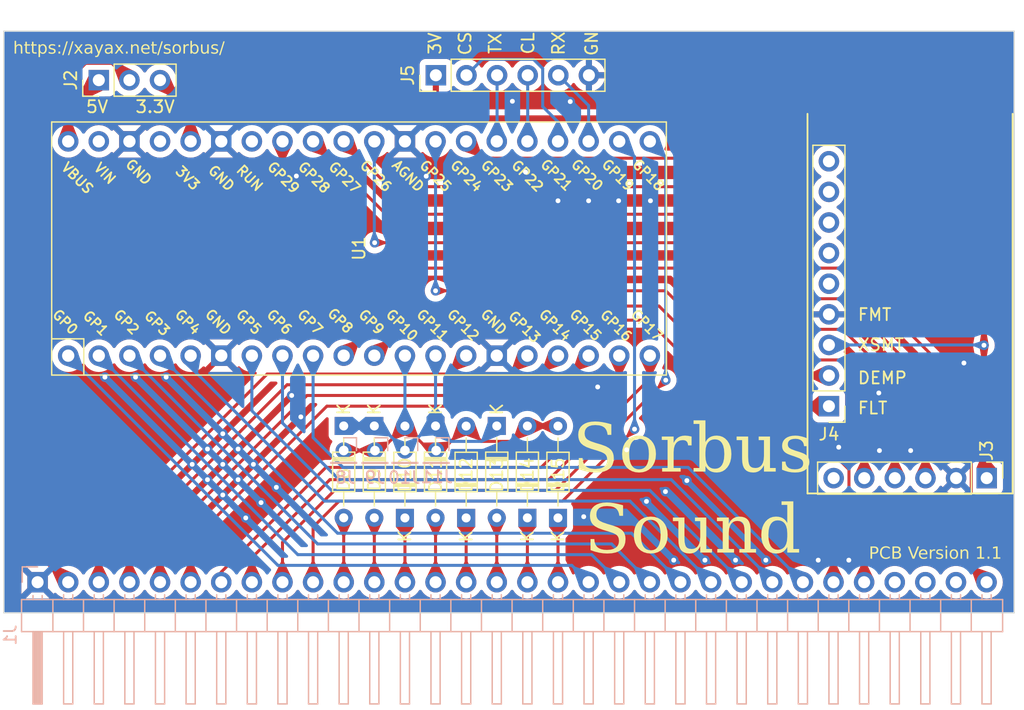
<source format=kicad_pcb>
(kicad_pcb (version 20240108) (generator "pcbnew") (generator_version "8.0")
  (layers (0 "F.Cu" signal) (31 "B.Cu" signal) (34 "B.Paste" user) (35 "F.Paste" user) (36 "B.SilkS" user "B.Silkscreen") (37 "F.SilkS" user "F.Silkscreen") (38 "B.Mask" user) (39 "F.Mask" user) (44 "Edge.Cuts" user))
  (net 0 "")
  (net 1 "VCC")
  (net 2 "D0")
  (net 3 "D1")
  (net 4 "D2")
  (net 5 "D3")
  (net 6 "D4")
  (net 7 "D5")
  (net 8 "D6")
  (net 9 "D7")
  (net 10 "R{slash}~{W}")
  (net 11 "CLK")
  (net 12 "/~{IRQ}")
  (net 13 "/RDY")
  (net 14 "~{RESET}")
  (net 15 "/~{NMI}")
  (net 16 "3V3")
  (net 18 "/SCK")
  (net 20 "5V")
  (net 21 "A0")
  (net 22 "A8")
  (net 23 "CS1")
  (net 24 "A9")
  (net 25 "A1")
  (net 26 "A2")
  (net 27 "A3")
  (net 28 "A4")
  (net 29 "A5")
  (net 30 "A6")
  (net 31 "A7")
  (net 32 "A12")
  (net 33 "A10")
  (net 34 "A11")
  (net 35 "A13")
  (net 36 "A14")
  (net 37 "A15")
  (net 38 "~{CS2}")
  (net 39 "GND")
  (net 40 "FLT")
  (net 41 "LRCK")
  (net 42 "BCK")
  (net 43 "DIN")
  (net 45 "DEMP")
  (net 51 "SPI0-CLK")
  (net 52 "SPI0-CSn")
  (net 53 "SPI0-RX")
  (net 54 "SPI0-TX")
  (footprint "Diode_THT:D_DO-34_SOD68_P7.62mm_Horizontal" (layer "F.Cu") (at 66.548 63.236 -90)
    (property "Reference" "D11" (at 4.069 0 90) (layer "F.SilkS"))
    (property "Value" "D")
    (fp_text user "K" (at -1.392 0 90) (layer "F.SilkS"))
    (pad "1" thru_hole rect (at 0 0 270) (size 1.5 1.5) (drill 0.75) (layers "*.Cu" "*.Mask") (net 38 "~{CS2}"))
    (pad "2" thru_hole oval (at 7.62 0 270) (size 1.5 1.5) (drill 0.75) (layers "*.Cu" "*.Mask") (net 34 "A11"))
  )
  (footprint "Diode_THT:D_DO-34_SOD68_P7.62mm_Horizontal" (layer "F.Cu") (at 58.928 63.236 -90)
    (property "Reference" "D8" (at 4.45 0 90) (layer "F.SilkS"))
    (property "Value" "D")
    (fp_text user "K" (at -1.392 0 90) (layer "F.SilkS"))
    (pad "1" thru_hole rect (at 0 0 270) (size 1.5 1.5) (drill 0.75) (layers "*.Cu" "*.Mask") (net 38 "~{CS2}"))
    (pad "2" thru_hole oval (at 7.62 0 270) (size 1.5 1.5) (drill 0.75) (layers "*.Cu" "*.Mask") (net 22 "A8"))
  )
  (footprint "Diode_THT:D_DO-34_SOD68_P7.62mm_Horizontal" (layer "F.Cu") (at 71.628 63.236 -90)
    (property "Reference" "D13" (at 4.069 0 90) (layer "F.SilkS"))
    (property "Value" "D")
    (fp_text user "K" (at -1.392 0 90) (layer "F.SilkS"))
    (pad "1" thru_hole rect (at 0 0 270) (size 1.5 1.5) (drill 0.75) (layers "*.Cu" "*.Mask") (net 38 "~{CS2}"))
    (pad "2" thru_hole oval (at 7.62 0 270) (size 1.5 1.5) (drill 0.75) (layers "*.Cu" "*.Mask") (net 35 "A13"))
  )
  (footprint "Diode_THT:D_DO-34_SOD68_P7.62mm_Horizontal" (layer "F.Cu") (at 74.168 70.861 90)
    (property "Reference" "D14" (at 3.556 0 90) (layer "F.SilkS"))
    (property "Value" "D")
    (fp_text user "K" (at -1.524 0 90) (layer "F.SilkS"))
    (pad "1" thru_hole rect (at 0 0 90) (size 1.5 1.5) (drill 0.75) (layers "*.Cu" "*.Mask") (net 36 "A14"))
    (pad "2" thru_hole oval (at 7.62 0 90) (size 1.5 1.5) (drill 0.75) (layers "*.Cu" "*.Mask") (net 23 "CS1"))
  )
  (footprint "Diode_THT:D_DO-34_SOD68_P7.62mm_Horizontal" (layer "F.Cu") (at 61.468 63.236 -90)
    (property "Reference" "D9" (at 4.45 0 90) (layer "F.SilkS"))
    (property "Value" "D")
    (fp_text user "K" (at -1.392 0 90) (layer "F.SilkS"))
    (pad "1" thru_hole rect (at 0 0 270) (size 1.5 1.5) (drill 0.75) (layers "*.Cu" "*.Mask") (net 38 "~{CS2}"))
    (pad "2" thru_hole oval (at 7.62 0 270) (size 1.5 1.5) (drill 0.75) (layers "*.Cu" "*.Mask") (net 24 "A9"))
  )
  (footprint "Diode_THT:D_DO-34_SOD68_P7.62mm_Horizontal" (layer "F.Cu") (at 76.708 70.866 90)
    (property "Reference" "D15" (at 3.561 0 90) (layer "F.SilkS"))
    (property "Value" "D")
    (fp_text user "K" (at -1.524 0 90) (layer "F.SilkS"))
    (pad "1" thru_hole rect (at 0 0 90) (size 1.5 1.5) (drill 0.75) (layers "*.Cu" "*.Mask") (net 37 "A15"))
    (pad "2" thru_hole oval (at 7.62 0 90) (size 1.5 1.5) (drill 0.75) (layers "*.Cu" "*.Mask") (net 23 "CS1"))
  )
  (footprint "Diode_THT:D_DO-34_SOD68_P7.62mm_Horizontal" (layer "F.Cu") (at 64.008 70.866 90)
    (property "Reference" "D10" (at 3.561 0 90) (layer "F.SilkS"))
    (property "Value" "D")
    (fp_text user "K" (at -1.524 0 90) (layer "F.SilkS"))
    (pad "1" thru_hole rect (at 0 0 90) (size 1.5 1.5) (drill 0.75) (layers "*.Cu" "*.Mask") (net 33 "A10"))
    (pad "2" thru_hole oval (at 7.62 0 90) (size 1.5 1.5) (drill 0.75) (layers "*.Cu" "*.Mask") (net 23 "CS1"))
  )
  (footprint "Diode_THT:D_DO-34_SOD68_P7.62mm_Horizontal" (layer "F.Cu") (at 69.088 70.866 90)
    (property "Reference" "D12" (at 3.561 0 90) (layer "F.SilkS"))
    (property "Value" "D")
    (fp_text user "K" (at -1.524 0 90) (layer "F.SilkS"))
    (pad "1" thru_hole rect (at 0 0 90) (size 1.5 1.5) (drill 0.75) (layers "*.Cu" "*.Mask") (net 32 "A12"))
    (pad "2" thru_hole oval (at 7.62 0 90) (size 1.5 1.5) (drill 0.75) (layers "*.Cu" "*.Mask") (net 23 "CS1"))
  )
  (footprint "MCU_RaspberryPi_and_Boards:RPi_RP2040Purple_SMD_TH_no_debug" (layer "F.Cu") (at 60.198 48.514 90)
    (property "Reference" "U1" (at 0 0 90) (layer "F.SilkS"))
    (property "Value" "PurpleRP2040_no_debug" (hide yes))
    (fp_text user "RUN" (at 5.842 -9.074 135) (layer "F.SilkS") (effects (font (size 0.8 0.8))))
    (fp_text user "GP18" (at 6.096 24.003 135) (layer "F.SilkS") (effects (font (size 0.8 0.8))))
    (fp_text user "GP2" (at -6.096 -19.304 135) (layer "F.SilkS") (effects (font (size 0.8 0.8))))
    (fp_text user "GP20" (at 6.096 18.923 135) (layer "F.SilkS") (effects (font (size 0.8 0.8))))
    (fp_text user "GP26" (at 6.023 1.397 135) (layer "F.SilkS") (effects (font (size 0.8 0.8))))
    (fp_text user "GP21" (at 6.096 16.383 135) (layer "F.SilkS") (effects (font (size 0.8 0.8))))
    (fp_text user "VIN" (at 6.223 -21.082 135) (layer "F.SilkS") (effects (font (size 0.8 0.8))))
    (fp_text user "GP8" (at -5.996 -1.554 135) (layer "F.SilkS") (effects (font (size 0.8 0.8))))
    (fp_text user "GP12" (at -6.35 8.636 135) (layer "F.SilkS") (effects (font (size 0.8 0.8))))
    (fp_text user "GP4" (at -6.096 -14.224 135) (layer "F.SilkS") (effects (font (size 0.8 0.8))))
    (fp_text user "GP3" (at -6.196 -16.764 135) (layer "F.SilkS") (effects (font (size 0.8 0.8))))
    (fp_text user "GP22" (at 6.023 13.97 135) (layer "F.SilkS") (effects (font (size 0.8 0.8))))
    (fp_text user "AGND" (at 6.023 4.064 135) (layer "F.SilkS") (effects (font (size 0.8 0.8))))
    (fp_text user "GP5" (at -6.096 -9.144 135) (layer "F.SilkS") (effects (font (size 0.8 0.8))))
    (fp_text user "GP29" (at 5.896 -6.28 135) (layer "F.SilkS") (effects (font (size 0.8 0.8))))
    (fp_text user "GP23" (at 6.023 11.43 135) (layer "F.SilkS") (effects (font (size 0.8 0.8))))
    (fp_text user "GP15" (at -6.35 18.796 135) (layer "F.SilkS") (effects (font (size 0.8 0.8))))
    (fp_text user "GND" (at -6.096 -11.684 135) (layer "F.SilkS") (effects (font (size 0.8 0.8))))
    (fp_text user "GND" (at -6.096 11.176 135) (layer "F.SilkS") (effects (font (size 0.8 0.8))))
    (fp_text user "GP1" (at -6.196 -21.854 135) (layer "F.SilkS") (effects (font (size 0.8 0.8))))
    (fp_text user "3V3" (at 5.842 -14.224 135) (layer "F.SilkS") (effects (font (size 0.8 0.8))))
    (fp_text user "GP17" (at -6.35 23.876 135) (layer "F.SilkS") (effects (font (size 0.8 0.8))))
    (fp_text user "GP0" (at -6.096 -24.384 135) (layer "F.SilkS") (effects (font (size 0.8 0.8))))
    (fp_text user "GP16" (at -6.396 21.336 135) (layer "F.SilkS") (effects (font (size 0.8 0.8))))
    (fp_text user "GP28" (at 5.896 -3.73 135) (layer "F.SilkS") (effects (font (size 0.8 0.8))))
    (fp_text user "GP6" (at -6.096 -6.604 135) (layer "F.SilkS") (effects (font (size 0.8 0.8))))
    (fp_text user "GP19" (at 6.096 21.463 135) (layer "F.SilkS") (effects (font (size 0.8 0.8))))
    (fp_text user "VBUS" (at 5.842 -23.368 135) (layer "F.SilkS") (effects (font (size 0.8 0.8))))
    (fp_text user "GND" (at 5.842 -11.43 135) (layer "F.SilkS") (effects (font (size 0.8 0.8))))
    (fp_text user "GND" (at 6.35 -18.288 135) (layer "F.SilkS") (effects (font (size 0.8 0.8))))
    (fp_text user "GP11" (at -6.35 6.096 135) (layer "F.SilkS") (effects (font (size 0.8 0.8))))
    (fp_text user "GP13" (at -6.496 13.716 135) (layer "F.SilkS") (effects (font (size 0.8 0.8))))
    (fp_text user "GP25" (at 6.023 6.35 135) (layer "F.SilkS") (effects (font (size 0.8 0.8))))
    (fp_text user "GP27" (at 5.896 -1.2 135) (layer "F.SilkS") (effects (font (size 0.8 0.8))))
    (fp_text user "GP14" (at -6.35 16.256 135) (layer "F.SilkS") (effects (font (size 0.8 0.8))))
    (fp_text user "GP24" (at 6.023 8.9 135) (layer "F.SilkS") (effects (font (size 0.8 0.8))))
    (fp_text user "GP9" (at -6.096 1.016 135) (layer "F.SilkS") (effects (font (size 0.8 0.8))))
    (fp_text user "GP10" (at -6.35 3.556 135) (layer "F.SilkS") (effects (font (size 0.8 0.8))))
    (fp_text user "GP7" (at -6.096 -4.064 135) (layer "F.SilkS") (effects (font (size 0.8 0.8))))
    (pad "1" thru_hole oval (at -8.89 -24.13 90) (size 1.7 1.7) (drill 1.02) (layers "*.Cu" "*.Mask") (net 2 "D0"))
    (pad "2" thru_hole oval (at -8.89 -21.59 90) (size 1.7 1.7) (drill 1.02) (layers "*.Cu" "*.Mask") (net 3 "D1"))
    (pad "3" thru_hole oval (at -8.89 -19.05 90) (size 1.7 1.7) (drill 1.02) (layers "*.Cu" "*.Mask") (net 4 "D2"))
    (pad "4" thru_hole oval (at -8.89 -16.51 90) (size 1.7 1.7) (drill 1.02) (layers "*.Cu" "*.Mask") (net 5 "D3"))
    (pad "5" thru_hole oval (at -8.89 -13.97 90) (size 1.7 1.7) (drill 1.02) (layers "*.Cu" "*.Mask") (net 6 "D4"))
    (pad "6" thru_hole rect (at -8.89 -11.43 90) (size 1.7 1.7) (drill 1.02) (layers "*.Cu" "*.Mask") (net 39 "GND"))
    (pad "7" thru_hole oval (at -8.89 -8.89 90) (size 1.7 1.7) (drill 1.02) (layers "*.Cu" "*.Mask") (net 7 "D5"))
    (pad "8" thru_hole oval (at -8.89 -6.35 90) (size 1.7 1.7) (drill 1.02) (layers "*.Cu" "*.Mask") (net 8 "D6"))
    (pad "9" thru_hole oval (at -8.89 -3.81 90) (size 1.7 1.7) (drill 1.02) (layers "*.Cu" "*.Mask") (net 9 "D7"))
    (pad "10" thru_hole oval (at -8.89 -1.27 90) (size 1.7 1.7) (drill 1.02) (layers "*.Cu" "*.Mask") (net 11 "CLK"))
    (pad "11" thru_hole oval (at -8.89 1.27 90) (size 1.7 1.7) (drill 1.02) (layers "*.Cu" "*.Mask") (net 10 "R{slash}~{W}"))
    (pad "12" thru_hole oval (at -8.89 3.81 90) (size 1.7 1.7) (drill 1.02) (layers "*.Cu" "*.Mask") (net 23 "CS1"))
    (pad "13" thru_hole oval (at -8.89 6.35 90) (size 1.7 1.7) (drill 1.02) (layers "*.Cu" "*.Mask") (net 38 "~{CS2}"))
    (pad "14" thru_hole oval (at -8.89 8.89 90) (size 1.7 1.7) (drill 1.02) (layers "*.Cu" "*.Mask") (net 21 "A0"))
    (pad "15" thru_hole rect (at -8.89 11.43 90) (size 1.7 1.7) (drill 1.02) (layers "*.Cu" "*.Mask") (net 39 "GND"))
    (pad "16" thru_hole oval (at -8.89 13.97 90) (size 1.7 1.7) (drill 1.02) (layers "*.Cu" "*.Mask") (net 25 "A1"))
    (pad "17" thru_hole oval (at -8.89 16.51 90) (size 1.7 1.7) (drill 1.02) (layers "*.Cu" "*.Mask") (net 26 "A2"))
    (pad "18" thru_hole oval (at -8.89 19.05 90) (size 1.7 1.7) (drill 1.02) (layers "*.Cu" "*.Mask") (net 27 "A3"))
    (pad "19" thru_hole oval (at -8.89 21.59 90) (size 1.7 1.7) (drill 1.02) (layers "*.Cu" "*.Mask") (net 28 "A4"))
    (pad "20" thru_hole oval (at -8.89 24.13 90) (size 1.7 1.7) (drill 1.02) (layers "*.Cu" "*.Mask") (net 29 "A5"))
    (pad "21" thru_hole oval (at 8.89 24.13 90) (size 1.7 1.7) (drill 1.02) (layers "*.Cu" "*.Mask") (net 30 "A6"))
    (pad "22" thru_hole oval (at 8.89 21.59 90) (size 1.7 1.7) (drill 1.02) (layers "*.Cu" "*.Mask") (net 31 "A7"))
    (pad "23" thru_hole oval (at 8.89 19.05 90) (size 1.7 1.7) (drill 1.02) (layers "*.Cu" "*.Mask") (net 53 "SPI0-RX"))
    (pad "24" thru_hole oval (at 8.89 16.51 90) (size 1.7 1.7) (drill 1.02) (layers "*.Cu" "*.Mask") (net 52 "SPI0-CSn"))
    (pad "25" thru_hole oval (at 8.89 13.97 90) (size 1.7 1.7) (drill 1.02) (layers "*.Cu" "*.Mask") (net 51 "SPI0-CLK"))
    (pad "26" thru_hole oval (at 8.89 11.43 90) (size 1.7 1.7) (drill 1.02) (layers "*.Cu" "*.Mask") (net 54 "SPI0-TX"))
    (pad "27" thru_hole oval (at 8.89 8.89 90) (size 1.7 1.7) (drill 1.02) (layers "*.Cu" "*.Mask") (net 14 "~{RESET}"))
    (pad "28" thru_hole oval (at 8.89 6.35 90) (size 1.7 1.7) (drill 1.02) (layers "*.Cu" "*.Mask") (net 40 "FLT"))
    (pad "29" thru_hole rect (at 8.89 3.81 90) (size 1.7 1.7) (drill 1.02) (layers "*.Cu" "*.Mask") (net 39 "GND"))
    (pad "30" thru_hole oval (at 8.89 1.27 90) (size 1.7 1.7) (drill 1.02) (layers "*.Cu" "*.Mask") (net 42 "BCK"))
    (pad "31" thru_hole oval (at 8.89 -1.27 90) (size 1.7 1.7) (drill 1.02) (layers "*.Cu" "*.Mask") (net 41 "LRCK"))
    (pad "32" thru_hole oval (at 8.89 -3.81 90) (size 1.7 1.7) (drill 1.02) (layers "*.Cu" "*.Mask") (net 43 "DIN"))
    (pad "33" thru_hole oval (at 8.89 -6.35 90) (size 1.7 1.7) (drill 1.02) (layers "*.Cu" "*.Mask") (net 45 "DEMP"))
    (pad "34" thru_hole oval (at 8.89 -8.89 90) (size 1.7 1.7) (drill 1.02) (layers "*.Cu" "*.Mask"))
    (pad "35" thru_hole rect (at 8.89 -11.43 90) (size 1.7 1.7) (drill 1.02) (layers "*.Cu" "*.Mask") (net 39 "GND"))
    (pad "36" thru_hole oval (at 8.89 -13.97 90) (size 1.7 1.7) (drill 1.02) (layers "*.Cu" "*.Mask") (net 16 "3V3"))
    (pad "37" thru_hole oval (at 8.89 -16.51 90) (size 1.7 1.7) (drill 1.02) (layers "*.Cu" "*.Mask"))
    (pad "38" thru_hole rect (at 8.89 -19.05 90) (size 1.7 1.7) (drill 1.02) (layers "*.Cu" "*.Mask") (net 39 "GND"))
    (pad "39" thru_hole oval (at 8.89 -21.59 90) (size 1.7 1.7) (drill 1.02) (layers "*.Cu" "*.Mask"))
    (pad "40" thru_hole oval (at 8.89 -24.13 90) (size 1.7 1.7) (drill 1.02) (layers "*.Cu" "*.Mask") (net 20 "5V"))
  )
  (footprint "Connector_PinHeader_2.54mm:PinHeader_1x03_P2.54mm_Vertical" (layer "F.Cu") (at 38.608 34.544 90)
    (property "Reference" "J2" (at 0 -2.33 90) (layer "F.SilkS"))
    (property "Value" "Conn_01x03")
    (pad "1" thru_hole rect (at 0 0 90) (size 1.7 1.7) (drill 1) (layers "*.Cu" "*.Mask") (net 20 "5V"))
    (pad "2" thru_hole oval (at 0 2.54 90) (size 1.7 1.7) (drill 1) (layers "*.Cu" "*.Mask") (net 1 "VCC"))
    (pad "3" thru_hole oval (at 0 5.08 90) (size 1.7 1.7) (drill 1) (layers "*.Cu" "*.Mask") (net 16 "3V3"))
  )
  (footprint "Connector_PinHeader_2.54mm:PinHeader_1x06_P2.54mm_Vertical" (layer "F.Cu") (at 66.5734 34.1376 90)
    (property "Reference" "J5" (at 0 -2.33 90) (layer "F.SilkS"))
    (property "Value" "Conn_01x06_Pin")
    (pad "1" thru_hole rect (at 0 0 90) (size 1.7 1.7) (drill 1) (layers "*.Cu" "*.Mask") (net 16 "3V3"))
    (pad "2" thru_hole oval (at 0 2.54 90) (size 1.7 1.7) (drill 1) (layers "*.Cu" "*.Mask") (net 52 "SPI0-CSn"))
    (pad "3" thru_hole oval (at 0 5.08 90) (size 1.7 1.7) (drill 1) (layers "*.Cu" "*.Mask") (net 54 "SPI0-TX"))
    (pad "4" thru_hole oval (at 0 7.62 90) (size 1.7 1.7) (drill 1) (layers "*.Cu" "*.Mask") (net 51 "SPI0-CLK"))
    (pad "5" thru_hole oval (at 0 10.16 90) (size 1.7 1.7) (drill 1) (layers "*.Cu" "*.Mask") (net 53 "SPI0-RX"))
    (pad "6" thru_hole oval (at 0 12.7 90) (size 1.7 1.7) (drill 1) (layers "*.Cu" "*.Mask") (net 39 "GND"))
  )
  (footprint "Connector_PinHeader_2.54mm:PinHeader_1x06_P2.54mm_Vertical" (layer "F.Cu") (at 112.278 67.564 -90)
    (property "Reference" "J3" (at -2.286 0.01 90) (layer "F.SilkS"))
    (property "Value" "Conn_01x06_Pin")
    (pad "1" thru_hole rect (at 0 0 270) (size 1.7 1.7) (drill 1) (layers "*.Cu" "*.Mask") (net 16 "3V3"))
    (pad "2" thru_hole oval (at 0 2.54 270) (size 1.7 1.7) (drill 1) (layers "*.Cu" "*.Mask") (net 39 "GND"))
    (pad "3" thru_hole oval (at 0 5.08 270) (size 1.7 1.7) (drill 1) (layers "*.Cu" "*.Mask") (net 41 "LRCK"))
    (pad "4" thru_hole oval (at 0 7.62 270) (size 1.7 1.7) (drill 1) (layers "*.Cu" "*.Mask") (net 43 "DIN"))
    (pad "5" thru_hole oval (at 0 10.16 270) (size 1.7 1.7) (drill 1) (layers "*.Cu" "*.Mask") (net 42 "BCK"))
    (pad "6" thru_hole oval (at 0 12.7 270) (size 1.7 1.7) (drill 1) (layers "*.Cu" "*.Mask") (net 18 "/SCK"))
  )
  (footprint "Connector_PinHeader_2.54mm:PinHeader_1x09_P2.54mm_Vertical" (layer "F.Cu") (at 99.187 61.595 180)
    (property "Reference" "J4" (at 0 -2.33 0) (layer "F.SilkS"))
    (property "Value" "Conn_01x09_Pin")
    (pad "1" thru_hole rect (at 0 0 180) (size 1.7 1.7) (drill 1) (layers "*.Cu" "*.Mask") (net 40 "FLT"))
    (pad "2" thru_hole oval (at 0 2.54 180) (size 1.7 1.7) (drill 1) (layers "*.Cu" "*.Mask") (net 45 "DEMP"))
    (pad "3" thru_hole oval (at 0 5.08 180) (size 1.7 1.7) (drill 1) (layers "*.Cu" "*.Mask") (net 16 "3V3"))
    (pad "4" thru_hole oval (at 0 7.62 180) (size 1.7 1.7) (drill 1) (layers "*.Cu" "*.Mask") (net 39 "GND"))
    (pad "5" thru_hole oval (at 0 10.16 180) (size 1.7 1.7) (drill 1) (layers "*.Cu" "*.Mask"))
    (pad "6" thru_hole oval (at 0 12.7 180) (size 1.7 1.7) (drill 1) (layers "*.Cu" "*.Mask"))
    (pad "7" thru_hole oval (at 0 15.24 180) (size 1.7 1.7) (drill 1) (layers "*.Cu" "*.Mask"))
    (pad "8" thru_hole oval (at 0 17.78 180) (size 1.7 1.7) (drill 1) (layers "*.Cu" "*.Mask"))
    (pad "9" thru_hole oval (at 0 20.32 180) (size 1.7 1.7) (drill 1) (layers "*.Cu" "*.Mask"))
  )
  (footprint "Connector_PinHeader_2.00mm:PinHeader_1x01_P2.00mm_Vertical" (layer "B.Cu") (at 58.928 65.273 180)
    (property "Reference" "J8" (at -0.1524 -2.2402 0) (layer "B.SilkS") (effects (justify mirror)))
    (property "Value" "Conn_01x01_Pin")
    (pad "1" thru_hole circle (at 0 0 180) (size 1.35 1.35) (drill 0.8) (layers "*.Cu" "*.Mask") (net 23 "CS1"))
  )
  (footprint "Connector_PinHeader_2.54mm:PinHeader_1x32_P2.54mm_Horizontal" (layer "B.Cu") (at 33.528 76.2 -90)
    (property "Reference" "J1" (at 4.385 2.27 90) (layer "B.SilkS") (effects (justify mirror)))
    (property "Value" "Conn_01x32_Pin")
    (pad "1" thru_hole rect (at 0 0 270) (size 1.7 1.7) (drill 1) (layers "*.Cu" "*.Mask") (net 39 "GND"))
    (pad "2" thru_hole oval (at 0 -2.54 270) (size 1.7 1.7) (drill 1) (layers "*.Cu" "*.Mask") (net 1 "VCC"))
    (pad "3" thru_hole oval (at 0 -5.08 270) (size 1.7 1.7) (drill 1) (layers "*.Cu" "*.Mask") (net 21 "A0"))
    (pad "4" thru_hole oval (at 0 -7.62 270) (size 1.7 1.7) (drill 1) (layers "*.Cu" "*.Mask") (net 25 "A1"))
    (pad "5" thru_hole oval (at 0 -10.16 270) (size 1.7 1.7) (drill 1) (layers "*.Cu" "*.Mask") (net 26 "A2"))
    (pad "6" thru_hole oval (at 0 -12.7 270) (size 1.7 1.7) (drill 1) (layers "*.Cu" "*.Mask") (net 27 "A3"))
    (pad "7" thru_hole oval (at 0 -15.24 270) (size 1.7 1.7) (drill 1) (layers "*.Cu" "*.Mask") (net 28 "A4"))
    (pad "8" thru_hole oval (at 0 -17.78 270) (size 1.7 1.7) (drill 1) (layers "*.Cu" "*.Mask") (net 29 "A5"))
    (pad "9" thru_hole oval (at 0 -20.32 270) (size 1.7 1.7) (drill 1) (layers "*.Cu" "*.Mask") (net 30 "A6"))
    (pad "10" thru_hole oval (at 0 -22.86 270) (size 1.7 1.7) (drill 1) (layers "*.Cu" "*.Mask") (net 31 "A7"))
    (pad "11" thru_hole oval (at 0 -25.4 270) (size 1.7 1.7) (drill 1) (layers "*.Cu" "*.Mask") (net 22 "A8"))
    (pad "12" thru_hole oval (at 0 -27.94 270) (size 1.7 1.7) (drill 1) (layers "*.Cu" "*.Mask") (net 24 "A9"))
    (pad "13" thru_hole oval (at 0 -30.48 270) (size 1.7 1.7) (drill 1) (layers "*.Cu" "*.Mask") (net 33 "A10"))
    (pad "14" thru_hole oval (at 0 -33.02 270) (size 1.7 1.7) (drill 1) (layers "*.Cu" "*.Mask") (net 34 "A11"))
    (pad "15" thru_hole oval (at 0 -35.56 270) (size 1.7 1.7) (drill 1) (layers "*.Cu" "*.Mask") (net 32 "A12"))
    (pad "16" thru_hole oval (at 0 -38.1 270) (size 1.7 1.7) (drill 1) (layers "*.Cu" "*.Mask") (net 35 "A13"))
    (pad "17" thru_hole oval (at 0 -40.64 270) (size 1.7 1.7) (drill 1) (layers "*.Cu" "*.Mask") (net 36 "A14"))
    (pad "18" thru_hole oval (at 0 -43.18 270) (size 1.7 1.7) (drill 1) (layers "*.Cu" "*.Mask") (net 37 "A15"))
    (pad "19" thru_hole oval (at 0 -45.72 270) (size 1.7 1.7) (drill 1) (layers "*.Cu" "*.Mask") (net 2 "D0"))
    (pad "20" thru_hole oval (at 0 -48.26 270) (size 1.7 1.7) (drill 1) (layers "*.Cu" "*.Mask") (net 3 "D1"))
    (pad "21" thru_hole oval (at 0 -50.8 270) (size 1.7 1.7) (drill 1) (layers "*.Cu" "*.Mask") (net 4 "D2"))
    (pad "22" thru_hole oval (at 0 -53.34 270) (size 1.7 1.7) (drill 1) (layers "*.Cu" "*.Mask") (net 5 "D3"))
    (pad "23" thru_hole oval (at 0 -55.88 270) (size 1.7 1.7) (drill 1) (layers "*.Cu" "*.Mask") (net 6 "D4"))
    (pad "24" thru_hole oval (at 0 -58.42 270) (size 1.7 1.7) (drill 1) (layers "*.Cu" "*.Mask") (net 7 "D5"))
    (pad "25" thru_hole oval (at 0 -60.96 270) (size 1.7 1.7) (drill 1) (layers "*.Cu" "*.Mask") (net 8 "D6"))
    (pad "26" thru_hole oval (at 0 -63.5 270) (size 1.7 1.7) (drill 1) (layers "*.Cu" "*.Mask") (net 9 "D7"))
    (pad "27" thru_hole oval (at 0 -66.04 270) (size 1.7 1.7) (drill 1) (layers "*.Cu" "*.Mask") (net 10 "R{slash}~{W}"))
    (pad "28" thru_hole oval (at 0 -68.58 270) (size 1.7 1.7) (drill 1) (layers "*.Cu" "*.Mask") (net 11 "CLK"))
    (pad "29" thru_hole oval (at 0 -71.12 270) (size 1.7 1.7) (drill 1) (layers "*.Cu" "*.Mask") (net 13 "/RDY"))
    (pad "30" thru_hole oval (at 0 -73.66 270) (size 1.7 1.7) (drill 1) (layers "*.Cu" "*.Mask") (net 12 "/~{IRQ}"))
    (pad "31" thru_hole oval (at 0 -76.2 270) (size 1.7 1.7) (drill 1) (layers "*.Cu" "*.Mask") (net 15 "/~{NMI}"))
    (pad "32" thru_hole oval (at 0 -78.74 270) (size 1.7 1.7) (drill 1) (layers "*.Cu" "*.Mask") (net 14 "~{RESET}"))
  )
  (footprint "Connector_PinHeader_2.00mm:PinHeader_1x01_P2.00mm_Vertical" (layer "B.Cu") (at 66.5988 65.278 180)
    (property "Reference" "J11" (at -0.0508 -2.1844 0) (layer "B.SilkS") (effects (justify mirror)))
    (property "Value" "Conn_01x01_Pin")
    (pad "1" thru_hole circle (at 0 0 180) (size 1.35 1.35) (drill 0.8) (layers "*.Cu" "*.Mask") (net 23 "CS1"))
  )
  (footprint "Connector_PinHeader_2.00mm:PinHeader_1x01_P2.00mm_Vertical" (layer "B.Cu") (at 61.5188 65.278 180)
    (property "Reference" "J9" (at 0 -2.2352 0) (layer "B.SilkS") (effects (justify mirror)))
    (property "Value" "Conn_01x01_Pin")
    (pad "1" thru_hole circle (at 0 0 180) (size 1.35 1.35) (drill 0.8) (layers "*.Cu" "*.Mask") (net 23 "CS1"))
  )
  (footprint "Connector_PinHeader_2.00mm:PinHeader_1x01_P2.00mm_Vertical" (layer "B.Cu") (at 64.008 65.273 180)
    (property "Reference" "J10" (at 0.0508 -2.2402 0) (layer "B.SilkS") (effects (justify mirror)))
    (property "Value" "Conn_01x01_Pin")
    (pad "1" thru_hole circle (at 0 0 180) (size 1.35 1.35) (drill 0.8) (layers "*.Cu" "*.Mask") (net 38 "~{CS2}"))
  )
  (gr_line (start 114.427 37.338) (end 114.427 68.834) (stroke (width 0.15)) (layer "F.SilkS"))
  (gr_line (start 97.409 68.834) (end 114.427 68.834) (stroke (width 0.15)) (layer "F.SilkS"))
  (gr_line (start 97.409 68.834) (end 97.409 37.338) (stroke (width 0.15)) (layer "F.SilkS"))
  (gr_line (start 114.554 30.48) (end 114.554 78.74) (stroke (width 0.1)) (layer "Edge.Cuts"))
  (gr_line (start 30.734 78.74) (end 30.734 30.48) (stroke (width 0.1)) (layer "Edge.Cuts"))
  (gr_line (start 30.734 30.48) (end 114.554 30.48) (stroke (width 0.1)) (layer "Edge.Cuts"))
  (gr_line (start 114.554 78.74) (end 30.734 78.74) (stroke (width 0.1)) (layer "Edge.Cuts"))
  (gr_text "RX" (at 76.75 31.5 90) (layer "F.SilkS") (effects (font (size 1 1))))
  (gr_text "FLT" (at 101.5 61.75 0) (layer "F.SilkS") (effects (font (size 1 1)) (justify left)))
  (gr_text "PCB Version 1.1" (at 113.538 74.422 0) (layer "F.SilkS") (effects (font (size 1 1)) (justify right bottom)))
  (gr_text "Sorbus\nSound" (at 87.884 74.422 0) (layer "F.SilkS") (effects (font (size 4 4) (thickness 0.125)) (justify bottom)))
  (gr_text "XSMT" (at 101.5 56.5 0) (layer "F.SilkS") (effects (font (size 1 1)) (justify left)))
  (gr_text "5V   3.3V" (at 37.465 37.338 0) (layer "F.SilkS") (effects (font (size 1 1)) (justify left bottom)))
  (gr_text "https://xayax.net/sorbus/" (at 31.496 32.512 0) (layer "F.SilkS") (effects (font (size 1 1)) (justify left bottom)))
  (gr_text "DEMP" (at 101.5 59.25 0) (layer "F.SilkS") (effects (font (size 1 1)) (justify left)))
  (gr_text "CS" (at 69 31.5 90) (layer "F.SilkS") (effects (font (size 1 1))))
  (gr_text "3V" (at 66.5 31.5 90) (layer "F.SilkS") (effects (font (size 1 1))))
  (gr_text "CL" (at 74.2234 31.5 90) (layer "F.SilkS") (effects (font (size 1 1))))
  (gr_text "FMT" (at 101.5 54 0) (layer "F.SilkS") (effects (font (size 1 1)) (justify left)))
  (gr_text "TX" (at 71.5 31.5 90) (layer "F.SilkS") (effects (font (size 1 1))))
  (gr_text "GN" (at 79.5 31.5 90) (layer "F.SilkS") (effects (font (size 1 1))))
  (segment (start 34.163 74.295) (end 34.163 36.322) (width 0.508) (layer "F.Cu") (net 1))
  (segment (start 34.163 36.322) (end 37.465 33.02) (width 0.508) (layer "F.Cu") (net 1))
  (segment (start 37.465 33.02) (end 39.751 33.02) (width 0.508) (layer "F.Cu") (net 1))
  (segment (start 41.148 34.417) (end 41.148 34.544) (width 0.508) (layer "F.Cu") (net 1))
  (segment (start 39.751 33.02) (end 41.148 34.417) (width 0.508) (layer "F.Cu") (net 1))
  (segment (start 36.068 76.2) (end 34.163 74.295) (width 0.508) (layer "F.Cu") (net 1))
  (segment (start 77.851 74.803) (end 53.467 74.803) (width 0.25) (layer "B.Cu") (net 2))
  (segment (start 53.467 74.803) (end 36.068 57.404) (width 0.25) (layer "B.Cu") (net 2))
  (segment (start 79.248 76.2) (end 77.851 74.803) (width 0.25) (layer "B.Cu") (net 2))
  (segment (start 38.608 57.404) (end 55.118 73.914) (width 0.25) (layer "B.Cu") (net 3))
  (segment (start 79.502 73.914) (end 81.788 76.2) (width 0.25) (layer "B.Cu") (net 3))
  (segment (start 55.118 73.914) (end 79.502 73.914) (width 0.25) (layer "B.Cu") (net 3))
  (segment (start 81.153 73.025) (end 84.328 76.2) (width 0.25) (layer "B.Cu") (net 4))
  (segment (start 41.148 57.413305) (end 56.759695 73.025) (width 0.25) (layer "B.Cu") (net 4))
  (segment (start 56.759695 73.025) (end 81.153 73.025) (width 0.25) (layer "B.Cu") (net 4))
  (segment (start 41.148 57.404) (end 41.148 57.413305) (width 0.25) (layer "B.Cu") (net 4))
  (segment (start 58.42 72.136) (end 82.804 72.136) (width 0.25) (layer "B.Cu") (net 5))
  (segment (start 43.688 57.404) (end 58.42 72.136) (width 0.25) (layer "B.Cu") (net 5))
  (segment (start 82.804 72.136) (end 86.868 76.2) (width 0.25) (layer "B.Cu") (net 5))
  (segment (start 82.677 69.469) (end 89.408 76.2) (width 0.25) (layer "B.Cu") (net 6))
  (segment (start 46.228 57.404) (end 46.228 58.3565) (width 0.25) (layer "B.Cu") (net 6))
  (segment (start 46.228 58.3565) (end 57.3405 69.469) (width 0.25) (layer "B.Cu") (net 6))
  (segment (start 57.3405 69.469) (end 82.677 69.469) (width 0.25) (layer "B.Cu") (net 6))
  (segment (start 51.308 57.404) (end 51.308 61.976) (width 0.25) (layer "B.Cu") (net 7))
  (segment (start 51.308 61.976) (end 57.912 68.58) (width 0.25) (layer "B.Cu") (net 7))
  (segment (start 84.328 68.58) (end 91.948 76.2) (width 0.25) (layer "B.Cu") (net 7))
  (segment (start 57.912 68.58) (end 84.328 68.58) (width 0.25) (layer "B.Cu") (net 7))
  (segment (start 53.848 62.992) (end 58.547 67.691) (width 0.25) (layer "B.Cu") (net 8))
  (segment (start 53.848 57.404) (end 53.848 62.992) (width 0.25) (layer "B.Cu") (net 8))
  (segment (start 94.488 76.073) (end 94.488 76.2) (width 0.25) (layer "B.Cu") (net 8))
  (segment (start 58.547 67.691) (end 86.106 67.691) (width 0.25) (layer "B.Cu") (net 8))
  (segment (start 86.106 67.691) (end 94.488 76.073) (width 0.25) (layer "B.Cu") (net 8))
  (segment (start 56.388 57.404) (end 56.388 64.1985) (width 0.25) (layer "B.Cu") (net 9))
  (segment (start 56.388 64.1985) (end 58.8645 66.675) (width 0.25) (layer "B.Cu") (net 9))
  (segment (start 58.8645 66.675) (end 87.503 66.675) (width 0.25) (layer "B.Cu") (net 9))
  (segment (start 87.503 66.675) (end 97.028 76.2) (width 0.25) (layer "B.Cu") (net 9))
  (segment (start 61.468 57.404) (end 64.4144 54.4576) (width 0.25) (layer "F.Cu") (net 10))
  (segment (start 84.173503 54.4576) (end 99.568 69.852097) (width 0.25) (layer "F.Cu") (net 10))
  (segment (start 64.4144 54.4576) (end 84.173503 54.4576) (width 0.25) (layer "F.Cu") (net 10))
  (segment (start 99.568 69.852097) (end 99.568 76.2) (width 0.25) (layer "F.Cu") (net 10))
  (segment (start 102.108 71.245604) (end 100.85 69.987604) (width 0.25) (layer "F.Cu") (net 11))
  (segment (start 102.108 76.2) (end 102.108 71.245604) (width 0.25) (layer "F.Cu") (net 11))
  (segment (start 63.0428 53.2892) (end 58.928 57.404) (width 0.25) (layer "F.Cu") (net 11))
  (segment (start 85.09 53.2892) (end 63.0428 53.2892) (width 0.25) (layer "F.Cu") (net 11))
  (segment (start 97.9004 66.0996) (end 85.09 53.2892) (width 0.25) (layer "F.Cu") (net 11))
  (segment (start 100.85 69.987604) (end 100.85 66.85) (width 0.25) (layer "F.Cu") (net 11))
  (segment (start 100.0996 66.0996) (end 97.9004 66.0996) (width 0.25) (layer "F.Cu") (net 11))
  (segment (start 100.85 66.85) (end 100.0996 66.0996) (width 0.25) (layer "F.Cu") (net 11))
  (segment (start 110.998 74.93) (end 110.998 60.642408) (width 0.25) (layer "F.Cu") (net 14))
  (segment (start 69.088 39.624) (end 70.485 41.021) (width 0.25) (layer "F.Cu") (net 14))
  (segment (start 87.5792 41.021) (end 71.3232 41.021) (width 0.25) (layer "F.Cu") (net 14))
  (segment (start 70.485 41.021) (end 71.3232 41.021) (width 0.25) (layer "F.Cu") (net 14))
  (segment (start 110.998 60.642408) (end 100.495192 50.1396) (width 0.25) (layer "F.Cu") (net 14))
  (segment (start 100.495192 50.1396) (end 96.6978 50.1396) (width 0.25) (layer "F.Cu") (net 14))
  (segment (start 96.6978 50.1396) (end 87.5792 41.021) (width 0.25) (layer "F.Cu") (net 14))
  (segment (start 112.268 76.2) (end 110.998 74.93) (width 0.25) (layer "F.Cu") (net 14))
  (segment (start 106.807 37.719) (end 112.051 42.963) (width 0.508) (layer "F.Cu") (net 16))
  (segment (start 43.688 34.544) (end 46.228 37.084) (width 0.508) (layer "F.Cu") (net 16))
  (segment (start 112.278 67.564) (end 112.268 67.554) (width 0.508) (layer "F.Cu") (net 16))
  (segment (start 46.228 37.719) (end 66.5734 37.719) (width 0.508) (layer "F.Cu") (net 16))
  (segment (start 112.278 67.564) (end 112.278 67.066) (width 0.508) (layer "F.Cu") (net 16))
  (segment (start 66.5734 37.719) (end 106.807 37.719) (width 0.508) (layer "F.Cu") (net 16))
  (segment (start 46.228 37.084) (end 46.228 39.624) (width 0.508) (layer "F.Cu") (net 16))
  (segment (start 112.051 42.963) (end 112.051 56.5404) (width 0.508) (layer "F.Cu") (net 16))
  (segment (start 112.051 66.839) (end 112.051 56.5404) (width 0.508) (layer "F.Cu") (net 16))
  (segment (start 66.5734 34.1376) (end 66.5734 37.719) (width 0.508) (layer "F.Cu") (net 16))
  (segment (start 112.278 67.066) (end 112.051 66.839) (width 0.508) (layer "F.Cu") (net 16))
  (via (at 112.051 56.5404) (size 0.8) (drill 0.4) (layers "F.Cu" "B.Cu") (net 16))
  (segment (start 99.187 56.515) (end 112.0256 56.515) (width 0.25) (layer "B.Cu") (net 16))
  (segment (start 112.0256 56.515) (end 112.051 56.5404) (width 0.25) (layer "B.Cu") (net 16))
  (segment (start 36.068 37.084) (end 36.068 39.624) (width 0.508) (layer "F.Cu") (net 20))
  (segment (start 38.608 34.544) (end 36.068 37.084) (width 0.508) (layer "F.Cu") (net 20))
  (segment (start 38.608 72.898) (end 52.578 58.928) (width 0.25) (layer "F.Cu") (net 21))
  (segment (start 69.088 57.404) (end 67.564 58.928) (width 0.25) (layer "F.Cu") (net 21))
  (segment (start 52.578 58.928) (end 66.2432 58.928) (width 0.25) (layer "F.Cu") (net 21))
  (segment (start 38.608 76.2) (end 38.608 72.898) (width 0.25) (layer "F.Cu") (net 21))
  (segment (start 67.564 58.928) (end 66.2432 58.928) (width 0.25) (layer "F.Cu") (net 21))
  (segment (start 58.928 76.2) (end 58.928 70.856) (width 0.25) (layer "F.Cu") (net 22))
  (segment (start 58.928 65.273) (end 61.5138 65.273) (width 0.25) (layer "F.Cu") (net 23))
  (segment (start 76.703 63.241) (end 76.708 63.246) (width 0.25) (layer "F.Cu") (net 23))
  (segment (start 66.04 65.278) (end 66.5988 65.278) (width 0.25) (layer "F.Cu") (net 23))
  (segment (start 74.168 63.241) (end 72.893 64.516) (width 0.25) (layer "F.Cu") (net 23))
  (segment (start 72.893 64.516) (end 70.358 64.516) (width 0.25) (layer "F.Cu") (net 23))
  (segment (start 67.061 65.273) (end 66.548 65.273) (width 0.25) (layer "F.Cu") (net 23))
  (segment (start 69.088 63.246) (end 67.056 65.278) (width 0.25) (layer "F.Cu") (net 23))
  (segment (start 61.5138 65.273) (end 61.5188 65.278) (width 0.25) (layer "F.Cu") (net 23))
  (segment (start 70.358 64.516) (end 69.088 63.246) (width 0.25) (layer "F.Cu") (net 23))
  (segment (start 67.056 65.278) (end 66.5988 65.278) (width 0.25) (layer "F.Cu") (net 23))
  (segment (start 61.976 65.278) (end 61.5188 65.278) (width 0.25) (layer "F.Cu") (net 23))
  (segment (start 64.008 63.246) (end 66.04 65.278) (width 0.25) (layer "F.Cu") (net 23))
  (segment (start 74.168 63.241) (end 76.703 63.241) (width 0.25) (layer "F.Cu") (net 23))
  (segment (start 64.008 63.246) (end 61.976 65.278) (width 0.25) (layer "F.Cu") (net 23))
  (segment (start 64.008 57.404) (end 64.008 63.246) (width 0.25) (layer "B.Cu") (net 23))
  (segment (start 61.468 70.856) (end 61.468 76.2) (width 0.25) (layer "F.Cu") (net 24))
  (segment (start 41.148 76.2) (end 41.148 72.898) (width 0.25) (layer "F.Cu") (net 25))
  (segment (start 74.168 57.404) (end 71.755 59.817) (width 0.25) (layer "F.Cu") (net 25))
  (segment (start 54.229 59.817) (end 70.2056 59.817) (width 0.25) (layer "F.Cu") (net 25))
  (segment (start 41.148 72.898) (end 54.229 59.817) (width 0.25) (layer "F.Cu") (net 25))
  (segment (start 71.755 59.817) (end 70.2056 59.817) (width 0.25) (layer "F.Cu") (net 25))
  (segment (start 43.688 72.898) (end 55.88 60.706) (width 0.25) (layer "F.Cu") (net 26))
  (segment (start 73.406 60.706) (end 71.2724 60.706) (width 0.25) (layer "F.Cu") (net 26))
  (segment (start 76.708 57.404) (end 73.406 60.706) (width 0.25) (layer "F.Cu") (net 26))
  (segment (start 55.88 60.706) (end 71.2724 60.706) (width 0.25) (layer "F.Cu") (net 26))
  (segment (start 43.688 76.2) (end 43.688 72.898) (width 0.25) (layer "F.Cu") (net 26))
  (segment (start 57.531 61.595) (end 46.228 72.898) (width 0.25) (layer "F.Cu") (net 27))
  (segment (start 79.248 57.404) (end 75.057 61.595) (width 0.25) (layer "F.Cu") (net 27))
  (segment (start 71.9328 61.595) (end 57.531 61.595) (width 0.25) (layer "F.Cu") (net 27))
  (segment (start 46.228 72.898) (end 46.228 76.2) (width 0.25) (layer "F.Cu") (net 27))
  (segment (start 75.057 61.595) (end 71.9328 61.595) (width 0.25) (layer "F.Cu") (net 27))
  (segment (start 48.768 76.2) (end 48.768 75.354656) (width 0.25) (layer "F.Cu") (net 28))
  (segment (start 57.447656 66.675) (end 75.311 66.675) (width 0.25) (layer "F.Cu") (net 28))
  (segment (start 81.788 60.198) (end 75.311 66.675) (width 0.25) (layer "F.Cu") (net 28))
  (segment (start 81.788 57.404) (end 81.788 60.198) (width 0.25) (layer "F.Cu") (net 28))
  (segment (start 48.768 75.354656) (end 57.447656 66.675) (width 0.25) (layer "F.Cu") (net 28))
  (segment (start 51.308 74.168) (end 51.308 76.2) (width 0.25) (layer "F.Cu") (net 29))
  (segment (start 75.946 67.691) (end 57.785 67.691) (width 0.25) (layer "F.Cu") (net 29))
  (segment (start 84.328 57.404) (end 84.328 59.309) (width 0.25) (layer "F.Cu") (net 29))
  (segment (start 84.328 59.309) (end 75.946 67.691) (width 0.25) (layer "F.Cu") (net 29))
  (segment (start 57.785 67.691) (end 51.308 74.168) (width 0.25) (layer "F.Cu") (net 29))
  (segment (start 76.5048 68.58) (end 85.6488 59.436) (width 0.25) (layer "F.Cu") (net 30))
  (segment (start 53.848 72.898) (end 58.166 68.58) (width 0.25) (layer "F.Cu") (net 30))
  (segment (start 58.166 68.58) (end 76.5048 68.58) (width 0.25) (layer "F.Cu") (net 30))
  (segment (start 53.848 76.2) (end 53.848 72.898) (width 0.25) (layer "F.Cu") (net 30))
  (via (at 85.6488 59.436) (size 0.8) (drill 0.4) (layers "F.Cu" "B.Cu") (net 30))
  (segment (start 85.6488 40.9448) (end 85.6488 59.436) (width 0.25) (layer "B.Cu") (net 30))
  (segment (start 84.328 39.624) (end 85.6488 40.9448) (width 0.25) (layer "B.Cu") (net 30))
  (segment (start 56.388 76.2) (end 56.388 71.628) (width 0.25) (layer "F.Cu") (net 31))
  (segment (start 58.547 69.469) (end 77.089 69.469) (width 0.25) (layer "F.Cu") (net 31))
  (segment (start 83.058008 63.499992) (end 83.058012 63.499992) (width 0.25) (layer "F.Cu") (net 31))
  (segment (start 56.388 71.628) (end 58.547 69.469) (width 0.25) (layer "F.Cu") (net 31))
  (segment (start 77.089 69.469) (end 83.058008 63.499992) (width 0.25) (layer "F.Cu") (net 31))
  (via (at 83.058012 63.499992) (size 0.8) (drill 0.4) (layers "F.Cu" "B.Cu") (net 31))
  (segment (start 83.058012 40.894012) (end 83.058012 63.5) (width 0.25) (layer "B.Cu") (net 31))
  (segment (start 82.878008 63.499992) (end 83.058012 63.499992) (width 0.25) (layer "B.Cu") (net 31))
  (segment (start 81.788 39.624) (end 83.058012 40.894012) (width 0.25) (layer "B.Cu") (net 31))
  (segment (start 69.088 76.2) (end 69.088 70.866) (width 0.25) (layer "F.Cu") (net 32))
  (segment (start 64.008 76.2) (end 64.008 70.866) (width 0.25) (layer "F.Cu") (net 33))
  (segment (start 66.548 70.856) (end 66.548 76.2) (width 0.25) (layer "F.Cu") (net 34))
  (segment (start 71.628 70.856) (end 71.628 76.2) (width 0.25) (layer "F.Cu") (net 35))
  (segment (start 74.168 76.2) (end 74.168 70.861) (width 0.25) (layer "F.Cu") (net 36))
  (segment (start 76.708 70.866) (end 76.708 76.2) (width 0.25) (layer "F.Cu") (net 37))
  (segment (start 66.548 57.404) (end 66.548 63.236) (width 0.25) (layer "B.Cu") (net 38))
  (segment (start 66.548 63.236) (end 66.045 63.236) (width 0.25) (layer "B.Cu") (net 38))
  (segment (start 66.548 63.236) (end 67.828 64.516) (width 0.25) (layer "B.Cu") (net 38))
  (segment (start 61.468 63.236) (end 61.971 63.236) (width 0.25) (layer "B.Cu") (net 38))
  (segment (start 66.045 63.236) (end 64.008 65.273) (width 0.25) (layer "B.Cu") (net 38))
  (segment (start 61.971 63.236) (end 64.008 65.273) (width 0.25) (layer "B.Cu") (net 38))
  (segment (start 67.828 64.516) (end 70.348 64.516) (width 0.25) (layer "B.Cu") (net 38))
  (segment (start 70.348 64.516) (end 71.628 63.236) (width 0.25) (layer "B.Cu") (net 38))
  (segment (start 61.468 63.236) (end 58.928 63.236) (width 0.25) (layer "B.Cu") (net 38))
  (via (at 76.708 44.5516) (size 0.8) (drill 0.4) (layers "F.Cu" "B.Cu") (net 39))
  (via (at 50.165 65.151) (size 0.8) (drill 0.4) (layers "F.Cu" "B.Cu") (net 39))
  (via (at 77.724 36.322) (size 0.8) (drill 0.4) (layers "F.Cu" "B.Cu") (net 39))
  (via (at 88.9 74.3712) (size 0.8) (drill 0.4) (layers "F.Cu" "B.Cu") (net 39))
  (via (at 39.116 59.182) (size 0.8) (drill 0.4) (layers "F.Cu" "B.Cu") (net 39))
  (via (at 84.0486 69.4944) (size 0.8) (drill 0.4) (layers "F.Cu" "B.Cu") (net 39))
  (via (at 52.07 69.596) (size 0.8) (drill 0.4) (layers "F.Cu" "B.Cu") (net 39))
  (via (at 78.8416 70.7644) (size 0.8) (drill 0.4) (layers "F.Cu" "B.Cu") (net 39))
  (via (at 55.372 62.484) (size 0.8) (drill 0.4) (layers "F.Cu" "B.Cu") (net 39))
  (via (at 100 65) (size 0.8) (drill 0.4) (layers "F.Cu" "B.Cu") (net 39))
  (via (at 86.3092 74.3712) (size 0.8) (drill 0.4) (layers "F.Cu" "B.Cu") (net 39))
  (via (at 53.34 68.326002) (size 0.8) (drill 0.4) (layers "F.Cu" "B.Cu") (net 39))
  (via (at 51.435 66.421) (size 0.8) (drill 0.4) (layers "F.Cu" "B.Cu") (net 39))
  (via (at 110.3884 58.0136) (size 0.8) (drill 0.4) (layers "F.Cu" "B.Cu") (net 39))
  (via (at 103.3272 60.5) (size 0.8) (drill 0.4) (layers "F.Cu" "B.Cu") (net 39))
  (via (at 103.378 65.278) (size 0.8) (drill 0.4) (layers "F.Cu" "B.Cu") (net 39))
  (via (at 72.9234 36.2966) (size 0.8) (drill 0.4) (layers "F.Cu" "B.Cu") (net 39))
  (via (at 100.838 74.3712) (size 0.8) (drill 0.4) (layers "F.Cu" "B.Cu") (net 39))
  (via (at 82.403927 65.213976) (size 0.8) (drill 0.4) (layers "F.Cu" "B.Cu") (net 39))
  (via (at 47.625 65.151) (size 0.8) (drill 0.4) (layers "F.Cu" "B.Cu") (net 39))
  (via (at 85.6234 68.6816) (size 0.8) (drill 0.4) (layers "F.Cu" "B.Cu") (net 39))
  (via (at 48.895 63.881) (size 0.8) (drill 0.4) (layers "F.Cu" "B.Cu") (net 39))
  (via (at 87.4014 67.7672) (size 0.8) (drill 0.4) (layers "F.Cu" "B.Cu") (net 39))
  (via (at 98.298 74.3712) (size 0.8) (drill 0.4) (layers "F.Cu" "B.Cu") (net 39))
  (via (at 44.196 59.182) (size 0.8) (drill 0.4) (layers "F.Cu" "B.Cu") (net 39))
  (via (at 65.773 42.513134) (size 0.8) (drill 0.4) (layers "F.Cu" "B.Cu") (net 39))
  (via (at 80 60) (size 0.8) (drill 0.4) (layers "F.Cu" "B.Cu") (net 39))
  (via (at 93.9524 74.3712) (size 0.8) (drill 0.4) (layers "F.Cu" "B.Cu") (net 39))
  (via (at 50.8 70.866) (size 0.8) (drill 0.4) (layers "F.Cu" "B.Cu") (net 39))
  (via (at 74.0156 42.164) (size 0.8) (drill 0.4) (layers "F.Cu" "B.Cu") (net 39))
  (via (at 81.7372 44.5516) (size 0.8) (drill 0.4) (layers "F.Cu" "B.Cu") (net 39))
  (via (at 55 42.5) (size 0.8) (drill 0.4) (layers "F.Cu" "B.Cu") (net 39))
  (via (at 46.355 66.421) (size 0.8) (drill 0.4) (layers "F.Cu" "B.Cu") (net 39))
  (via (at 50.165 67.691) (size 0.8) (drill 0.4) (layers "F.Cu" "B.Cu") (net 39))
  (via (at 79.248 44.5516) (size 0.8) (drill 0.4) (layers "F.Cu" "B.Cu") (net 39))
  (via (at 105.9688 65.278) (size 0.8) (drill 0.4) (layers "F.Cu" "B.Cu") (net 39))
  (via (at 41.656 59.182) (size 0.8) (drill 0.4) (layers "F.Cu" "B.Cu") (net 39))
  (via (at 91.44 74.3712) (size 0.8) (drill 0.4) (layers "F.Cu" "B.Cu") (net 39))
  (via (at 48.895 66.421) (size 0.8) (drill 0.4) (layers "F.Cu" "B.Cu") (net 39))
  (via (at 54.61 60.706) (size 0.8) (drill 0.4) (layers "F.Cu" "B.Cu") (net 39))
  (via (at 48.895 68.961) (size 0.8) (drill 0.4) (layers "F.Cu" "B.Cu") (net 39))
  (via (at 47.625 67.691) (size 0.8) (drill 0.4) (layers "F.Cu" "B.Cu") (net 39))
  (via (at 84.3788 44.5516) (size 0.8) (drill 0.4) (layers "F.Cu" "B.Cu") (net 39))
  (segment (start 95.2246 61.595) (end 85.648799 52.019199) (width 0.25) (layer "F.Cu") (net 40))
  (segment (start 99.187 61.595) (end 95.2246 61.595) (width 0.25) (layer "F.Cu") (net 40))
  (segment (start 85.648799 52.019199) (end 66.548002 52.019199) (width 0.25) (layer "F.Cu") (net 40))
  (via (at 66.548002 52.019199) (size 0.8) (drill 0.4) (layers "F.Cu" "B.Cu") (net 40))
  (segment (start 66.548 52.019197) (end 66.548002 52.019199) (width 0.25) (layer "B.Cu") (net 40))
  (segment (start 66.548 39.624) (end 66.548 52.019197) (width 0.25) (layer "B.Cu") (net 40))
  (segment (start 107.198 67.564) (end 107.198 59.446) (width 0.25) (layer "F.Cu") (net 41))
  (segment (start 96.6724 52.6796) (end 87.376 43.3832) (width 0.25) (layer "F.Cu") (net 41))
  (segment (start 100.4316 52.6796) (end 96.6724 52.6796) (width 0.25) (layer "F.Cu") (net 41))
  (segment (start 107.198 59.446) (end 100.4316 52.6796) (width 0.25) (layer "F.Cu") (net 41))
  (segment (start 87.376 43.3832) (end 62.6872 43.3832) (width 0.25) (layer "F.Cu") (net 41))
  (segment (start 62.6872 43.3832) (end 58.928 39.624) (width 0.25) (layer "F.Cu") (net 41))
  (segment (start 102.118 59.7) (end 100.177601 57.7596) (width 0.25) (layer "F.Cu") (net 42))
  (segment (start 96.5708 57.7596) (end 86.8426 48.0314) (width 0.25) (layer "F.Cu") (net 42))
  (segment (start 100.177601 57.7596) (end 96.5708 57.7596) (width 0.25) (layer "F.Cu") (net 42))
  (segment (start 102.118 67.564) (end 102.118 59.7) (width 0.25) (layer "F.Cu") (net 42))
  (segment (start 86.8426 48.0314) (end 61.4934 48.0314) (width 0.25) (layer "F.Cu") (net 42))
  (via (at 61.4934 48.0314) (size 0.8) (drill 0.4) (layers "F.Cu" "B.Cu") (net 42))
  (segment (start 61.468 39.624) (end 61.468 48.006) (width 0.25) (layer "B.Cu") (net 42))
  (segment (start 61.468 48.006) (end 61.4934 48.0314) (width 0.25) (layer "B.Cu") (net 42))
  (segment (start 87.122 45.6692) (end 62.4332 45.6692) (width 0.25) (layer "F.Cu") (net 43))
  (segment (start 104.658 59.5476) (end 100.33 55.2196) (width 0.25) (layer "F.Cu") (net 43))
  (segment (start 62.4332 45.6692) (end 56.388 39.624) (width 0.25) (layer "F.Cu") (net 43))
  (segment (start 96.6724 55.2196) (end 87.122 45.6692) (width 0.25) (layer "F.Cu") (net 43))
  (segment (start 104.658 67.564) (end 104.658 59.5476) (width 0.25) (layer "F.Cu") (net 43))
  (segment (start 100.33 55.2196) (end 96.6724 55.2196) (width 0.25) (layer "F.Cu") (net 43))
  (segment (start 60.9346 50.1396) (end 86.36 50.1396) (width 0.25) (layer "F.Cu") (net 45))
  (segment (start 86.36 50.1396) (end 95.2754 59.055) (width 0.25) (layer "F.Cu") (net 45))
  (segment (start 53.848 43.053) (end 60.9346 50.1396) (width 0.25) (layer "F.Cu") (net 45))
  (segment (start 95.2754 59.055) (end 99.187 59.055) (width 0.25) (layer "F.Cu") (net 45))
  (segment (start 53.848 39.624) (end 53.848 43.053) (width 0.25) (layer "F.Cu") (net 45))
  (segment (start 74.1934 34.1376) (end 74.1934 39.5986) (width 0.25) (layer "B.Cu") (net 51))
  (segment (start 74.1934 39.5986) (end 74.168 39.624) (width 0.25) (layer "B.Cu") (net 51))
  (segment (start 70.4342 32.8168) (end 74.676 32.8168) (width 0.25) (layer "B.Cu") (net 52))
  (segment (start 74.676 32.8168) (end 75.438 33.5788) (width 0.25) (layer "B.Cu") (net 52))
  (segment (start 76.708 38.005) (end 76.708 39.624) (width 0.25) (layer "B.Cu") (net 52))
  (segment (start 69.1134 34.1376) (end 70.4342 32.8168) (width 0.25) (layer "B.Cu") (net 52))
  (segment (start 75.438 36.735) (end 76.708 38.005) (width 0.25) (layer "B.Cu") (net 52))
  (segment (start 75.438 33.5788) (end 75.438 36.735) (width 0.25) (layer "B.Cu") (net 52))
  (segment (start 76.7334 34.1376) (end 79.248 36.6522) (width 0.25) (layer "B.Cu") (net 53))
  (segment (start 79.248 36.6522) (end 79.248 39.624) (width 0.25) (layer "B.Cu") (net 53))
  (segment (start 71.6534 39.5986) (end 71.628 39.624) (width 0.25) (layer "B.Cu") (net 54))
  (segment (start 71.6534 34.1376) (end 71.6534 39.5986) (width 0.25) (layer "B.Cu") (net 54))
  (zone (net 39) (net_name "GND") (layer "F.Cu") (connect_pads (clearance 0.5)) (min_thickness 0.25) (fill yes (thermal_gap 0.5) (thermal_bridge_width 0.5))
    (polygon (pts (xy 30.734 30.48) (xy 30.734 78.74) (xy 114.554 78.74) (xy 114.554 30.48)))
  )
  (zone (net 39) (net_name "GND") (layer "B.Cu") (priority 1) (connect_pads (clearance 0.5)) (min_thickness 0.25) (fill yes (thermal_gap 0.5) (thermal_bridge_width 0.5))
    (polygon (pts (xy 30.734 30.48) (xy 30.734 78.74) (xy 114.554 78.74) (xy 114.554 30.48)))
  )
)
</source>
